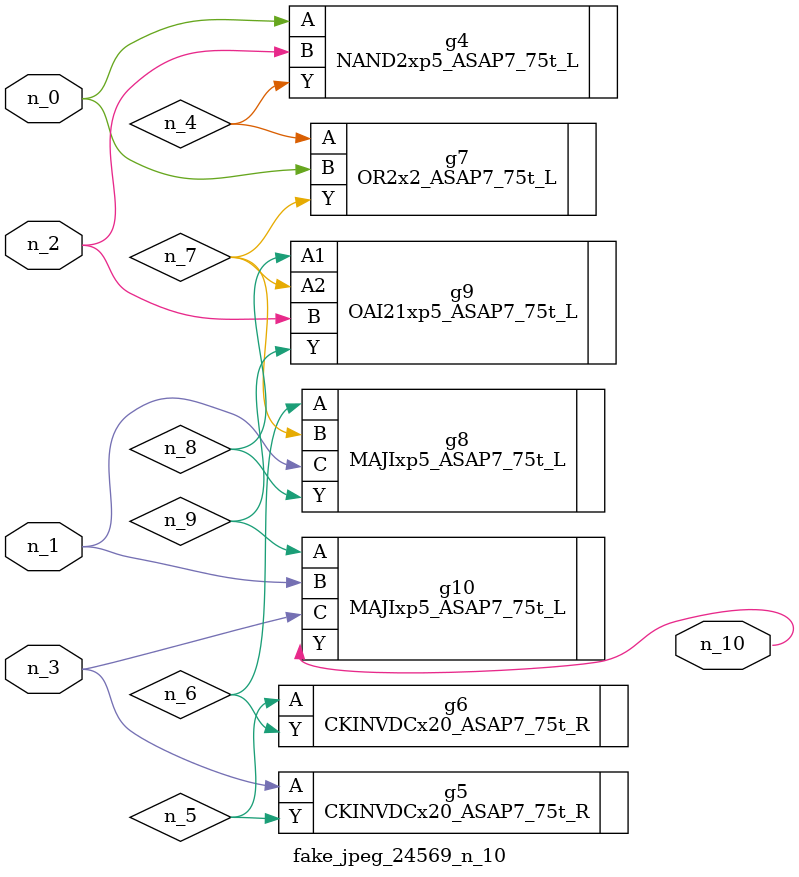
<source format=v>
module fake_jpeg_24569_n_10 (n_0, n_3, n_2, n_1, n_10);

input n_0;
input n_3;
input n_2;
input n_1;

output n_10;

wire n_4;
wire n_8;
wire n_9;
wire n_6;
wire n_5;
wire n_7;

NAND2xp5_ASAP7_75t_L g4 ( 
.A(n_0),
.B(n_2),
.Y(n_4)
);

CKINVDCx20_ASAP7_75t_R g5 ( 
.A(n_3),
.Y(n_5)
);

CKINVDCx20_ASAP7_75t_R g6 ( 
.A(n_5),
.Y(n_6)
);

MAJIxp5_ASAP7_75t_L g8 ( 
.A(n_6),
.B(n_7),
.C(n_1),
.Y(n_8)
);

OR2x2_ASAP7_75t_L g7 ( 
.A(n_4),
.B(n_0),
.Y(n_7)
);

OAI21xp5_ASAP7_75t_L g9 ( 
.A1(n_8),
.A2(n_7),
.B(n_2),
.Y(n_9)
);

MAJIxp5_ASAP7_75t_L g10 ( 
.A(n_9),
.B(n_1),
.C(n_3),
.Y(n_10)
);


endmodule
</source>
